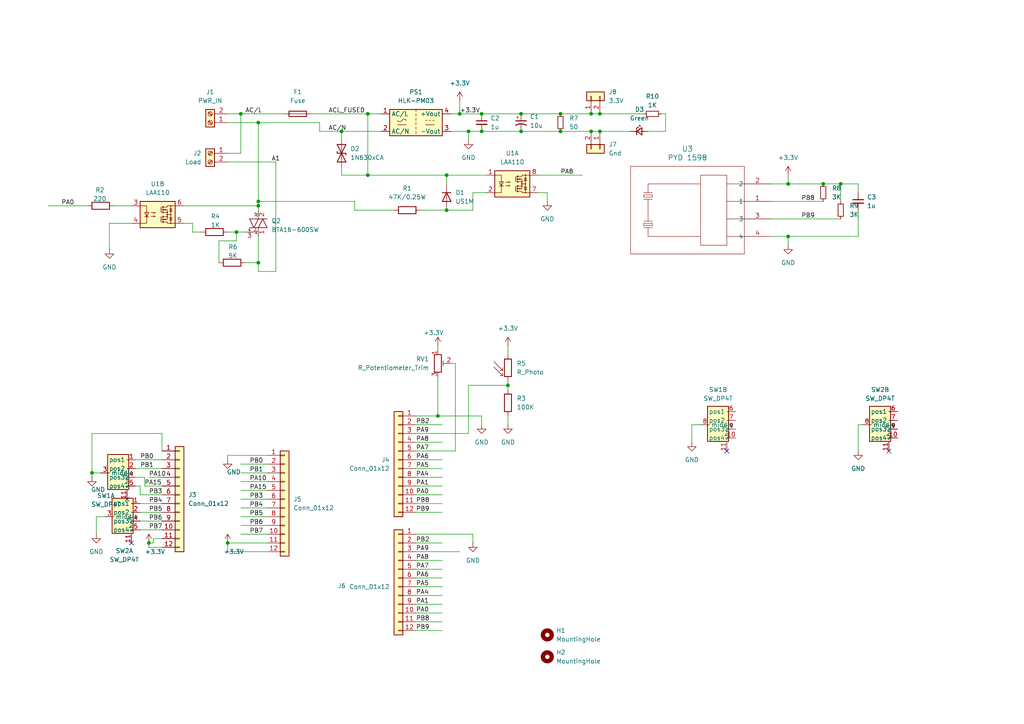
<source format=kicad_sch>
(kicad_sch (version 20231120) (generator "eeschema") (generator_version "8.0")
  (paper "A4")
  (lib_symbols
    (symbol "2024-07-20_12-17-16:PYD_1598" (pin_names (offset 0.254))
      (property "Reference" "U" (at -25.4 10.16 0))
      (property "Value" "PYD 1598" (at -25.4 7.62 0))
      (symbol "PYD_1598_0_1"
        (polyline (pts (xy -40.64 -20.32) (xy -7.62 -20.32)) (stroke (width 0.127)))
        (polyline (pts (xy -40.64 5.08) (xy -40.64 -20.32)) (stroke (width 0.127)))
        (polyline (pts (xy -36.83 -12.7) (xy -34.29 -12.7)) (stroke (width 0.127)))
        (polyline (pts (xy -36.83 -12.065) (xy -34.29 -12.065)) (stroke (width 0.127)))
        (polyline (pts (xy -36.83 -11.43) (xy -36.83 -12.065)) (stroke (width 0.127)))
        (polyline (pts (xy -36.83 -10.795) (xy -34.29 -10.795)) (stroke (width 0.127)))
        (polyline (pts (xy -36.83 -4.445) (xy -34.29 -4.445)) (stroke (width 0.127)))
        (polyline (pts (xy -36.83 -3.81) (xy -34.29 -3.81)) (stroke (width 0.127)))
        (polyline (pts (xy -36.83 -3.175) (xy -36.83 -3.81)) (stroke (width 0.127)))
        (polyline (pts (xy -36.83 -2.54) (xy -34.29 -2.54)) (stroke (width 0.127)))
        (polyline (pts (xy -35.56 -15.24) (xy -35.56 -12.7)) (stroke (width 0.127)))
        (polyline (pts (xy -35.56 -4.445) (xy -35.56 -10.795)) (stroke (width 0.127)))
        (polyline (pts (xy -35.56 0) (xy -35.56 -2.54)) (stroke (width 0.127)))
        (polyline (pts (xy -34.29 -11.43) (xy -36.83 -11.43)) (stroke (width 0.127)))
        (polyline (pts (xy -34.29 -11.43) (xy -34.29 -12.065)) (stroke (width 0.127)))
        (polyline (pts (xy -34.29 -3.175) (xy -36.83 -3.175)) (stroke (width 0.127)))
        (polyline (pts (xy -34.29 -3.175) (xy -34.29 -3.81)) (stroke (width 0.127)))
        (polyline (pts (xy -20.32 -17.78) (xy -20.32 2.54)) (stroke (width 0.127)))
        (polyline (pts (xy -20.32 -17.78) (xy -12.7 -17.78)) (stroke (width 0.127)))
        (polyline (pts (xy -20.32 -15.24) (xy -35.56 -15.24)) (stroke (width 0.127)))
        (polyline (pts (xy -20.32 0) (xy -35.56 0)) (stroke (width 0.127)))
        (polyline (pts (xy -20.32 2.54) (xy -12.7 2.54)) (stroke (width 0.127)))
        (polyline (pts (xy -12.7 -15.24) (xy -7.62 -15.24)) (stroke (width 0.127)))
        (polyline (pts (xy -12.7 -5.08) (xy -7.62 -5.08)) (stroke (width 0.127)))
        (polyline (pts (xy -12.7 2.54) (xy -12.7 -17.78)) (stroke (width 0.127)))
        (polyline (pts (xy -7.62 -20.32) (xy -7.62 5.08)) (stroke (width 0.127)))
        (polyline (pts (xy -7.62 -10.16) (xy -12.7 -10.16)) (stroke (width 0.127)))
        (polyline (pts (xy -7.62 0) (xy -12.7 0)) (stroke (width 0.127)))
        (polyline (pts (xy -7.62 5.08) (xy -40.64 5.08)) (stroke (width 0.127)))
        (pin unspecified line (at 0 -5.08 180) (length 7.62) (name "1") (number "1"))
        (pin unspecified line (at 0 0 180) (length 7.62) (name "2") (number "2"))
        (pin unspecified line (at 0 -10.16 180) (length 7.62) (name "3") (number "3"))
        (pin unspecified line (at 0 -15.24 180) (length 7.62) (name "4") (number "4"))
      )
    )
    (symbol "Connector:Screw_Terminal_01x02" (pin_names (offset 1.016) hide)
      (property "Reference" "J" (at 0 2.54 0))
      (property "Value" "Screw_Terminal_01x02" (at 0 -5.08 0))
      (symbol "Screw_Terminal_01x02_1_1"
        (rectangle (start -1.27 1.27) (end 1.27 -3.81) (stroke (width 0.254)) (fill (type background)))
        (circle (center 0 -2.54) (radius 0.635) (stroke (width 0.1524)))
        (polyline (pts (xy -0.5334 -2.2098) (xy 0.3302 -3.048)) (stroke (width 0.1524)))
        (polyline (pts (xy -0.5334 0.3302) (xy 0.3302 -0.508)) (stroke (width 0.1524)))
        (polyline (pts (xy -0.3556 -2.032) (xy 0.508 -2.8702)) (stroke (width 0.1524)))
        (polyline (pts (xy -0.3556 0.508) (xy 0.508 -0.3302)) (stroke (width 0.1524)))
        (circle (center 0 0) (radius 0.635) (stroke (width 0.1524)))
        (pin passive line (at -5.08 0 0) (length 3.81) (name "Pin_1") (number "1"))
        (pin passive line (at -5.08 -2.54 0) (length 3.81) (name "Pin_2") (number "2"))
      )
    )
    (symbol "Connector_Generic:Conn_01x02" (pin_names (offset 1.016) hide)
      (property "Reference" "J" (at 0 2.54 0))
      (property "Value" "Conn_01x02" (at 0 -5.08 0))
      (symbol "Conn_01x02_1_1"
        (rectangle (start -1.27 -2.413) (end 0 -2.667) (stroke (width 0.1524)))
        (rectangle (start -1.27 0.127) (end 0 -0.127) (stroke (width 0.1524)))
        (rectangle (start -1.27 1.27) (end 1.27 -3.81) (stroke (width 0.254)) (fill (type background)))
        (pin passive line (at -5.08 0 0) (length 3.81) (name "Pin_1") (number "1"))
        (pin passive line (at -5.08 -2.54 0) (length 3.81) (name "Pin_2") (number "2"))
      )
    )
    (symbol "Connector_Generic:Conn_01x12" (pin_names (offset 1.016) hide)
      (property "Reference" "J" (at 0 15.24 0))
      (property "Value" "Conn_01x12" (at 0 -17.78 0))
      (symbol "Conn_01x12_1_1"
        (rectangle (start -1.27 -15.113) (end 0 -15.367) (stroke (width 0.1524)))
        (rectangle (start -1.27 -12.573) (end 0 -12.827) (stroke (width 0.1524)))
        (rectangle (start -1.27 -10.033) (end 0 -10.287) (stroke (width 0.1524)))
        (rectangle (start -1.27 -7.493) (end 0 -7.747) (stroke (width 0.1524)))
        (rectangle (start -1.27 -4.953) (end 0 -5.207) (stroke (width 0.1524)))
        (rectangle (start -1.27 -2.413) (end 0 -2.667) (stroke (width 0.1524)))
        (rectangle (start -1.27 0.127) (end 0 -0.127) (stroke (width 0.1524)))
        (rectangle (start -1.27 2.667) (end 0 2.413) (stroke (width 0.1524)))
        (rectangle (start -1.27 5.207) (end 0 4.953) (stroke (width 0.1524)))
        (rectangle (start -1.27 7.747) (end 0 7.493) (stroke (width 0.1524)))
        (rectangle (start -1.27 10.287) (end 0 10.033) (stroke (width 0.1524)))
        (rectangle (start -1.27 12.827) (end 0 12.573) (stroke (width 0.1524)))
        (rectangle (start -1.27 13.97) (end 1.27 -16.51) (stroke (width 0.254)) (fill (type background)))
        (pin passive line (at -5.08 12.7 0) (length 3.81) (name "Pin_1") (number "1"))
        (pin passive line (at -5.08 -10.16 0) (length 3.81) (name "Pin_10") (number "10"))
        (pin passive line (at -5.08 -12.7 0) (length 3.81) (name "Pin_11") (number "11"))
        (pin passive line (at -5.08 -15.24 0) (length 3.81) (name "Pin_12") (number "12"))
        (pin passive line (at -5.08 10.16 0) (length 3.81) (name "Pin_2") (number "2"))
        (pin passive line (at -5.08 7.62 0) (length 3.81) (name "Pin_3") (number "3"))
        (pin passive line (at -5.08 5.08 0) (length 3.81) (name "Pin_4") (number "4"))
        (pin passive line (at -5.08 2.54 0) (length 3.81) (name "Pin_5") (number "5"))
        (pin passive line (at -5.08 0 0) (length 3.81) (name "Pin_6") (number "6"))
        (pin passive line (at -5.08 -2.54 0) (length 3.81) (name "Pin_7") (number "7"))
        (pin passive line (at -5.08 -5.08 0) (length 3.81) (name "Pin_8") (number "8"))
        (pin passive line (at -5.08 -7.62 0) (length 3.81) (name "Pin_9") (number "9"))
      )
    )
    (symbol "Converter_ACDC:HLK-PM03"
      (property "Reference" "PS" (at 0 5.08 0))
      (property "Value" "HLK-PM03" (at 0 -5.08 0))
      (symbol "HLK-PM03_0_1"
        (rectangle (start -7.62 3.81) (end 7.62 -3.81) (stroke (width 0.254)) (fill (type background)))
        (arc (start -5.334 0.635) (mid -4.699 0.2495) (end -4.064 0.635))
        (arc (start -2.794 0.635) (mid -3.429 1.0072) (end -4.064 0.635))
        (polyline (pts (xy -5.334 -0.635) (xy -2.794 -0.635)))
        (polyline (pts (xy 0 -2.54) (xy 0 -3.175)))
        (polyline (pts (xy 0 -1.27) (xy 0 -1.905)))
        (polyline (pts (xy 0 0) (xy 0 -0.635)))
        (polyline (pts (xy 0 1.27) (xy 0 0.635)))
        (polyline (pts (xy 0 2.54) (xy 0 1.905)))
        (polyline (pts (xy 0 3.81) (xy 0 3.175)))
        (polyline (pts (xy 2.794 -0.635) (xy 5.334 -0.635)))
        (polyline (pts (xy 2.794 0.635) (xy 3.302 0.635)))
        (polyline (pts (xy 3.81 0.635) (xy 4.318 0.635)))
        (polyline (pts (xy 4.826 0.635) (xy 5.334 0.635)))
      )
      (symbol "HLK-PM03_1_1"
        (pin power_in line (at -10.16 2.54 0) (length 2.54) (name "AC/L") (number "1"))
        (pin power_in line (at -10.16 -2.54 0) (length 2.54) (name "AC/N") (number "2"))
        (pin power_out line (at 10.16 -2.54 180) (length 2.54) (name "-Vout") (number "3"))
        (pin power_out line (at 10.16 2.54 180) (length 2.54) (name "+Vout") (number "4"))
      )
    )
    (symbol "Device:C_Polarized_Small_US" (pin_numbers hide) (pin_names (offset 0.254) hide)
      (property "Reference" "C" (at 0.254 1.778 0))
      (property "Value" "C_Polarized_Small_US" (at 0.254 -2.032 0))
      (symbol "C_Polarized_Small_US_0_1"
        (polyline (pts (xy -1.524 0.508) (xy 1.524 0.508)) (stroke (width 0.3048)))
        (polyline (pts (xy -1.27 1.524) (xy -0.762 1.524)))
        (polyline (pts (xy -1.016 1.27) (xy -1.016 1.778)))
        (arc (start 1.524 -0.762) (mid 0 -0.3734) (end -1.524 -0.762) (stroke (width 0.3048)))
      )
      (symbol "C_Polarized_Small_US_1_1"
        (pin passive line (at 0 2.54 270) (length 2.032) (name "~") (number "1"))
        (pin passive line (at 0 -2.54 90) (length 2.032) (name "~") (number "2"))
      )
    )
    (symbol "Device:C_Small" (pin_numbers hide) (pin_names (offset 0.254) hide)
      (property "Reference" "C" (at 0.254 1.778 0))
      (property "Value" "C_Small" (at 0.254 -2.032 0))
      (symbol "C_Small_0_1"
        (polyline (pts (xy -1.524 -0.508) (xy 1.524 -0.508)) (stroke (width 0.3302)))
        (polyline (pts (xy -1.524 0.508) (xy 1.524 0.508)) (stroke (width 0.3048)))
      )
      (symbol "C_Small_1_1"
        (pin passive line (at 0 2.54 270) (length 2.032) (name "~") (number "1"))
        (pin passive line (at 0 -2.54 90) (length 2.032) (name "~") (number "2"))
      )
    )
    (symbol "Device:Fuse" (pin_numbers hide) (pin_names (offset 0))
      (property "Reference" "F" (at 2.032 0 90))
      (property "Value" "Fuse" (at -1.905 0 90))
      (symbol "Fuse_0_1"
        (rectangle (start -0.762 -2.54) (end 0.762 2.54) (stroke (width 0.254)))
        (polyline (pts (xy 0 2.54) (xy 0 -2.54)))
      )
      (symbol "Fuse_1_1"
        (pin passive line (at 0 3.81 270) (length 1.27) (name "~") (number "1"))
        (pin passive line (at 0 -3.81 90) (length 1.27) (name "~") (number "2"))
      )
    )
    (symbol "Device:LED_Small" (pin_numbers hide) (pin_names (offset 0.254) hide)
      (property "Reference" "D" (at -1.27 3.175 0))
      (property "Value" "LED_Small" (at -4.445 -2.54 0))
      (symbol "LED_Small_0_1"
        (polyline (pts (xy -0.762 -1.016) (xy -0.762 1.016)) (stroke (width 0.254)))
        (polyline (pts (xy 1.016 0) (xy -0.762 0)))
        (polyline (pts (xy 0.762 -1.016) (xy -0.762 0) (xy 0.762 1.016) (xy 0.762 -1.016)) (stroke (width 0.254)))
        (polyline (pts (xy 0 0.762) (xy -0.508 1.27) (xy -0.254 1.27) (xy -0.508 1.27) (xy -0.508 1.016)))
        (polyline (pts (xy 0.508 1.27) (xy 0 1.778) (xy 0.254 1.778) (xy 0 1.778) (xy 0 1.524)))
      )
      (symbol "LED_Small_1_1"
        (pin passive line (at -2.54 0 0) (length 1.778) (name "K") (number "1"))
        (pin passive line (at 2.54 0 180) (length 1.778) (name "A") (number "2"))
      )
    )
    (symbol "Device:R" (pin_numbers hide) (pin_names (offset 0))
      (property "Reference" "R" (at 2.032 0 90))
      (property "Value" "R" (at 0 0 90))
      (symbol "R_0_1"
        (rectangle (start -1.016 -2.54) (end 1.016 2.54) (stroke (width 0.254)))
      )
      (symbol "R_1_1"
        (pin passive line (at 0 3.81 270) (length 1.27) (name "~") (number "1"))
        (pin passive line (at 0 -3.81 90) (length 1.27) (name "~") (number "2"))
      )
    )
    (symbol "Device:R_Photo" (pin_numbers hide) (pin_names (offset 0))
      (property "Reference" "R" (at 1.27 1.27 0))
      (property "Value" "R_Photo" (at 1.27 0 0))
      (symbol "R_Photo_0_1"
        (rectangle (start -1.016 2.54) (end 1.016 -2.54) (stroke (width 0.254)))
        (polyline (pts (xy -1.524 -2.286) (xy -4.064 0.254)))
        (polyline (pts (xy -1.524 -2.286) (xy -2.286 -2.286)))
        (polyline (pts (xy -1.524 -2.286) (xy -1.524 -1.524)))
        (polyline (pts (xy -1.524 -0.762) (xy -4.064 1.778)))
        (polyline (pts (xy -1.524 -0.762) (xy -2.286 -0.762)))
        (polyline (pts (xy -1.524 -0.762) (xy -1.524 0)))
      )
      (symbol "R_Photo_1_1"
        (pin passive line (at 0 3.81 270) (length 1.27) (name "~") (number "1"))
        (pin passive line (at 0 -3.81 90) (length 1.27) (name "~") (number "2"))
      )
    )
    (symbol "Device:R_Potentiometer_Trim" (pin_names (offset 1.016) hide)
      (property "Reference" "RV" (at -4.445 0 90))
      (property "Value" "R_Potentiometer_Trim" (at -2.54 0 90))
      (symbol "R_Potentiometer_Trim_0_1"
        (polyline (pts (xy 1.524 0.762) (xy 1.524 -0.762)))
        (polyline (pts (xy 2.54 0) (xy 1.524 0)))
        (rectangle (start 1.016 2.54) (end -1.016 -2.54) (stroke (width 0.254)))
      )
      (symbol "R_Potentiometer_Trim_1_1"
        (pin passive line (at 0 3.81 270) (length 1.27) (name "1") (number "1"))
        (pin passive line (at 3.81 0 180) (length 1.27) (name "2") (number "2"))
        (pin passive line (at 0 -3.81 90) (length 1.27) (name "3") (number "3"))
      )
    )
    (symbol "Device:R_Small" (pin_numbers hide) (pin_names (offset 0.254) hide)
      (property "Reference" "R" (at 0.762 0.508 0))
      (property "Value" "R_Small" (at 0.762 -1.016 0))
      (symbol "R_Small_0_1"
        (rectangle (start -0.762 1.778) (end 0.762 -1.778) (stroke (width 0.2032)))
      )
      (symbol "R_Small_1_1"
        (pin passive line (at 0 2.54 270) (length 0.762) (name "~") (number "1"))
        (pin passive line (at 0 -2.54 90) (length 0.762) (name "~") (number "2"))
      )
    )
    (symbol "Diode:1N630xCA" (pin_numbers hide) (pin_names (offset 1.016) hide)
      (property "Reference" "D" (at 0 2.54 0))
      (property "Value" "1N630xCA" (at 0 -2.54 0))
      (symbol "1N630xCA_0_1"
        (polyline (pts (xy 1.27 0) (xy -1.27 0)))
        (polyline (pts (xy -2.54 -1.27) (xy 0 0) (xy -2.54 1.27) (xy -2.54 -1.27)) (stroke (width 0.254)))
        (polyline (pts (xy 0.508 1.27) (xy 0 1.27) (xy 0 -1.27) (xy -0.508 -1.27)) (stroke (width 0.254)))
        (polyline (pts (xy 2.54 1.27) (xy 2.54 -1.27) (xy 0 0) (xy 2.54 1.27)) (stroke (width 0.254)))
      )
      (symbol "1N630xCA_1_1"
        (pin passive line (at -3.81 0 0) (length 2.54) (name "A1") (number "1"))
        (pin passive line (at 3.81 0 180) (length 2.54) (name "A2") (number "2"))
      )
    )
    (symbol "Diode:US1M" (pin_numbers hide) (pin_names hide)
      (property "Reference" "D" (at 0 2.54 0))
      (property "Value" "US1M" (at 0 -2.54 0))
      (symbol "US1M_0_1"
        (polyline (pts (xy -1.27 1.27) (xy -1.27 -1.27)) (stroke (width 0.254)))
        (polyline (pts (xy 1.27 0) (xy -1.27 0)))
        (polyline (pts (xy 1.27 1.27) (xy 1.27 -1.27) (xy -1.27 0) (xy 1.27 1.27)) (stroke (width 0.254)))
      )
      (symbol "US1M_1_1"
        (pin passive line (at -3.81 0 0) (length 2.54) (name "K") (number "1"))
        (pin passive line (at 3.81 0 180) (length 2.54) (name "A") (number "2"))
      )
    )
    (symbol "Mechanical:MountingHole" (pin_names (offset 1.016)) (exclude_from_sim yes) (in_bom no)
      (property "Reference" "H" (at 0 5.08 0))
      (property "Value" "MountingHole" (at 0 3.175 0))
      (symbol "MountingHole_0_1"
        (circle (center 0 0) (radius 1.27) (stroke (width 1.27)))
      )
    )
    (symbol "Relay_SolidState:LAA110"
      (property "Reference" "U" (at -5.08 5.08 0))
      (property "Value" "LAA110" (at 0 5.08 0))
      (symbol "LAA110_0_1"
        (rectangle (start -5.08 3.81) (end 5.08 -3.81) (stroke (width 0.254)) (fill (type background)))
        (polyline (pts (xy -3.81 -0.635) (xy -2.54 -0.635)))
        (polyline (pts (xy 1.016 -0.635) (xy 1.016 -2.159)) (stroke (width 0.2032)))
        (polyline (pts (xy 1.016 2.159) (xy 1.016 0.635)) (stroke (width 0.2032)))
        (polyline (pts (xy 1.524 -0.508) (xy 1.524 -0.762)) (stroke (width 0.3556)))
        (polyline (pts (xy 2.794 0) (xy 3.81 0)))
        (polyline (pts (xy 3.429 -1.651) (xy 4.191 -1.651)))
        (polyline (pts (xy 3.429 1.651) (xy 4.191 1.651)))
        (polyline (pts (xy 3.81 -2.54) (xy 3.81 2.54)))
        (polyline (pts (xy 1.524 -2.032) (xy 1.524 -2.286) (xy 1.524 -2.286)) (stroke (width 0.3556)))
        (polyline (pts (xy 1.524 -1.27) (xy 1.524 -1.524) (xy 1.524 -1.524)) (stroke (width 0.3556)))
        (polyline (pts (xy 1.524 0.762) (xy 1.524 0.508) (xy 1.524 0.508)) (stroke (width 0.3556)))
        (polyline (pts (xy 1.524 1.524) (xy 1.524 1.27) (xy 1.524 1.27)) (stroke (width 0.3556)))
        (polyline (pts (xy 1.524 2.286) (xy 1.524 2.032) (xy 1.524 2.032)) (stroke (width 0.3556)))
        (polyline (pts (xy 1.651 -1.397) (xy 2.794 -1.397) (xy 2.794 -0.635)))
        (polyline (pts (xy 1.651 1.397) (xy 2.794 1.397) (xy 2.794 0.635)))
        (polyline (pts (xy -5.08 2.54) (xy -3.175 2.54) (xy -3.175 -2.54) (xy -5.08 -2.54)))
        (polyline (pts (xy -3.175 -0.635) (xy -3.81 0.635) (xy -2.54 0.635) (xy -3.175 -0.635)))
        (polyline (pts (xy 1.651 -2.159) (xy 2.794 -2.159) (xy 2.794 -2.54) (xy 5.08 -2.54)))
        (polyline (pts (xy 1.651 -0.635) (xy 2.794 -0.635) (xy 2.794 0.635) (xy 1.651 0.635)))
        (polyline (pts (xy 1.651 2.159) (xy 2.794 2.159) (xy 2.794 2.54) (xy 5.08 2.54)))
        (polyline (pts (xy 1.778 -1.397) (xy 2.286 -1.27) (xy 2.286 -1.524) (xy 1.778 -1.397)))
        (polyline (pts (xy 1.778 1.397) (xy 2.286 1.524) (xy 2.286 1.27) (xy 1.778 1.397)))
        (polyline (pts (xy 3.81 -1.651) (xy 3.429 -0.889) (xy 4.191 -0.889) (xy 3.81 -1.651)))
        (polyline (pts (xy 3.81 1.651) (xy 3.429 0.889) (xy 4.191 0.889) (xy 3.81 1.651)))
        (polyline (pts (xy -1.905 -0.508) (xy -0.635 -0.508) (xy -1.016 -0.635) (xy -1.016 -0.381) (xy -0.635 -0.508)))
        (polyline (pts (xy -1.905 0.508) (xy -0.635 0.508) (xy -1.016 0.381) (xy -1.016 0.635) (xy -0.635 0.508)))
        (circle (center 2.794 -0.635) (radius 0.127))
        (circle (center 2.794 0) (radius 0.127))
        (circle (center 2.794 0.635) (radius 0.127))
        (circle (center 3.81 -2.54) (radius 0.127))
        (circle (center 3.81 0) (radius 0.127))
        (circle (center 3.81 2.54) (radius 0.127))
      )
      (symbol "LAA110_1_1"
        (pin passive line (at -7.62 2.54 0) (length 2.54) (name "~") (number "1"))
        (pin passive line (at -7.62 -2.54 0) (length 2.54) (name "~") (number "2"))
        (pin passive line (at 7.62 -2.54 180) (length 2.54) (name "~") (number "7"))
        (pin passive line (at 7.62 2.54 180) (length 2.54) (name "~") (number "8"))
      )
      (symbol "LAA110_2_1"
        (pin passive line (at -7.62 2.54 0) (length 2.54) (name "~") (number "3"))
        (pin passive line (at -7.62 -2.54 0) (length 2.54) (name "~") (number "4"))
        (pin passive line (at 7.62 -2.54 180) (length 2.54) (name "~") (number "5"))
        (pin passive line (at 7.62 2.54 180) (length 2.54) (name "~") (number "6"))
      )
    )
    (symbol "Triac_Thyristor:BTA16-600SW" (pin_names (offset 0))
      (property "Reference" "Q" (at 5.08 1.905 0))
      (property "Value" "BTA16-600SW" (at 5.08 0 0))
      (symbol "BTA16-600SW_0_1"
        (polyline (pts (xy -2.54 -1.27) (xy 2.54 -1.27)) (stroke (width 0.2032)))
        (polyline (pts (xy -2.54 1.27) (xy 2.54 1.27)) (stroke (width 0.2032)))
        (polyline (pts (xy -1.27 -2.54) (xy -0.635 -1.27)))
        (polyline (pts (xy -2.54 1.27) (xy -1.27 -1.27) (xy 0 1.27)) (stroke (width 0.2032)))
        (polyline (pts (xy 0 -1.27) (xy 1.27 1.27) (xy 2.54 -1.27)) (stroke (width 0.2032)))
      )
      (symbol "BTA16-600SW_1_1"
        (pin passive line (at 0 -3.81 90) (length 2.54) (name "A1") (number "1"))
        (pin passive line (at 0 3.81 270) (length 2.54) (name "A2") (number "2"))
        (pin input line (at -3.81 -2.54 0) (length 2.54) (name "G") (number "3"))
      )
    )
    (symbol "my_electromech:SW_DP4T"
      (property "Reference" "SW" (at 0 15.24 0))
      (property "Value" "SW_DP4T" (at 0.254 2.54 0))
      (symbol "SW_DP4T_0_1"
        (rectangle (start -3.048 14.224) (end 3.048 4.064) (stroke (width 0.254)) (fill (type background)))
      )
      (symbol "SW_DP4T_1_1"
        (pin passive line (at 5.08 12.7 180) (length 2.54) (name "pos1") (number "1"))
        (pin passive line (at 2.54 1.27 90) (length 2.54) (name "shell") (number "11"))
        (pin passive line (at 5.08 10.16 180) (length 2.54) (name "pos2") (number "2"))
        (pin passive line (at -5.08 8.89 0) (length 2.54) (name "middle") (number "3"))
        (pin passive line (at 5.08 7.62 180) (length 2.54) (name "pos3") (number "4"))
        (pin passive line (at 5.08 5.08 180) (length 2.54) (name "pos4") (number "5"))
      )
      (symbol "SW_DP4T_2_1"
        (pin passive line (at 5.08 5.08 180) (length 2.54) (name "pos4") (number "10"))
        (pin passive line (at 2.54 1.27 90) (length 2.54) (name "shell") (number "11"))
        (pin passive line (at 5.08 12.7 180) (length 2.54) (name "pos1") (number "6"))
        (pin passive line (at 5.08 10.16 180) (length 2.54) (name "pos2") (number "7"))
        (pin passive line (at -5.08 8.89 0) (length 2.54) (name "middle") (number "8"))
        (pin passive line (at 5.08 7.62 180) (length 2.54) (name "pos3") (number "9"))
      )
    )
    (symbol "power:+3.3V" (power) (pin_numbers hide) (pin_names (offset 0) hide)
      (property "Value" "+3.3V" (at 0 3.556 0))
      (symbol "+3.3V_0_1"
        (polyline (pts (xy -0.762 1.27) (xy 0 2.54)))
        (polyline (pts (xy 0 0) (xy 0 2.54)))
        (polyline (pts (xy 0 2.54) (xy 0.762 1.27)))
      )
      (symbol "+3.3V_1_1"
        (pin power_in line (at 0 0 90) (length 0) (name "~") (number "1"))
      )
    )
    (symbol "power:GND" (power) (pin_numbers hide) (pin_names (offset 0) hide)
      (property "Value" "GND" (at 0 -3.81 0))
      (symbol "GND_0_1"
        (polyline (pts (xy 0 0) (xy 0 -1.27) (xy 1.27 -1.27) (xy 0 -2.54) (xy -1.27 -1.27) (xy 0 -1.27)))
      )
      (symbol "GND_1_1"
        (pin power_in line (at 0 0 270) (length 0) (name "~") (number "1"))
      )
    )
  )
  (junction (at 238.76 53.34))
  (junction (at 106.68 50.8))
  (junction (at 135.89 38.1))
  (junction (at 162.56 33.02))
  (junction (at 26.67 137.16))
  (junction (at 243.84 53.34))
  (junction (at 127 120.65))
  (junction (at 228.6 53.34))
  (junction (at 74.93 59.69))
  (junction (at 66.04 157.48))
  (junction (at 162.56 38.1))
  (junction (at 173.99 38.1))
  (junction (at 69.85 33.02))
  (junction (at 151.13 38.1))
  (junction (at 147.32 111.76))
  (junction (at 133.35 33.02))
  (junction (at 43.18 157.48))
  (junction (at 151.13 33.02))
  (junction (at 74.93 35.56))
  (junction (at 74.93 58.42))
  (junction (at 171.45 38.1))
  (junction (at 228.6 68.58))
  (junction (at 74.93 76.2))
  (junction (at 68.58 67.31))
  (junction (at 129.54 50.8))
  (junction (at 106.68 33.02))
  (junction (at 173.99 33.02))
  (junction (at 171.45 33.02))
  (junction (at 99.06 38.1))
  (junction (at 129.54 60.96))
  (junction (at 139.7 38.1))
  (junction (at 139.7 33.02))
  (no_connect (at 210.82 130.81))
  (no_connect (at 38.1 157.48))
  (no_connect (at 36.83 144.78))
  (no_connect (at 257.81 130.81))
  (wire (pts (xy 53.34 64.77) (xy 55.88 64.77)))
  (wire (pts (xy 248.92 130.81) (xy 248.92 123.19)))
  (wire (pts (xy 151.13 38.1) (xy 162.56 38.1)))
  (wire (pts (xy 120.65 123.19) (xy 128.27 123.19)))
  (wire (pts (xy 120.65 177.8) (xy 128.27 177.8)))
  (wire (pts (xy 69.85 134.62) (xy 77.47 134.62)))
  (wire (pts (xy 137.16 154.94) (xy 137.16 157.48)))
  (wire (pts (xy 120.65 167.64) (xy 128.27 167.64)))
  (wire (pts (xy 66.04 157.48) (xy 77.47 157.48)))
  (wire (pts (xy 99.06 50.8) (xy 106.68 50.8)))
  (wire (pts (xy 120.65 165.1) (xy 128.27 165.1)))
  (wire (pts (xy 66.04 67.31) (xy 68.58 67.31)))
  (wire (pts (xy 74.93 76.2) (xy 74.93 78.74)))
  (wire (pts (xy 40.64 140.97) (xy 40.64 143.51)))
  (wire (pts (xy 120.65 182.88) (xy 128.27 182.88)))
  (wire (pts (xy 71.12 76.2) (xy 74.93 76.2)))
  (wire (pts (xy 139.7 33.02) (xy 151.13 33.02)))
  (wire (pts (xy 129.54 50.8) (xy 129.54 53.34)))
  (wire (pts (xy 147.32 110.49) (xy 147.32 111.76)))
  (wire (pts (xy 243.84 53.34) (xy 238.76 53.34)))
  (wire (pts (xy 66.04 133.35) (xy 66.04 132.08)))
  (wire (pts (xy 120.65 162.56) (xy 128.27 162.56)))
  (wire (pts (xy 135.89 38.1) (xy 135.89 40.64)))
  (wire (pts (xy 74.93 58.42) (xy 74.93 59.69)))
  (wire (pts (xy 74.93 35.56) (xy 74.93 58.42)))
  (wire (pts (xy 74.93 35.56) (xy 92.71 35.56)))
  (wire (pts (xy 44.45 157.48) (xy 43.18 157.48)))
  (wire (pts (xy 147.32 100.33) (xy 147.32 102.87)))
  (wire (pts (xy 43.18 138.43) (xy 46.99 138.43)))
  (wire (pts (xy 74.93 59.69) (xy 74.93 60.96)))
  (wire (pts (xy 120.65 125.73) (xy 135.89 125.73)))
  (wire (pts (xy 66.04 160.02) (xy 66.04 157.48)))
  (wire (pts (xy 132.08 105.41) (xy 132.08 130.81)))
  (wire (pts (xy 69.85 137.16) (xy 77.47 137.16)))
  (wire (pts (xy 39.37 138.43) (xy 41.91 138.43)))
  (wire (pts (xy 171.45 38.1) (xy 173.99 38.1)))
  (wire (pts (xy 46.99 130.81) (xy 46.99 125.73)))
  (wire (pts (xy 102.87 60.96) (xy 102.87 58.42)))
  (wire (pts (xy 121.92 60.96) (xy 129.54 60.96)))
  (wire (pts (xy 33.02 59.69) (xy 38.1 59.69)))
  (wire (pts (xy 120.65 146.05) (xy 128.27 146.05)))
  (wire (pts (xy 27.94 154.94) (xy 27.94 149.86)))
  (wire (pts (xy 69.85 33.02) (xy 82.55 33.02)))
  (wire (pts (xy 41.91 140.97) (xy 46.99 140.97)))
  (wire (pts (xy 223.52 63.5) (xy 243.84 63.5)))
  (wire (pts (xy 151.13 33.02) (xy 162.56 33.02)))
  (wire (pts (xy 156.21 55.88) (xy 158.75 55.88)))
  (wire (pts (xy 41.91 138.43) (xy 41.91 140.97)))
  (wire (pts (xy 137.16 60.96) (xy 129.54 60.96)))
  (wire (pts (xy 106.68 50.8) (xy 129.54 50.8)))
  (wire (pts (xy 69.85 149.86) (xy 77.47 149.86)))
  (wire (pts (xy 130.81 38.1) (xy 135.89 38.1)))
  (wire (pts (xy 140.97 55.88) (xy 137.16 55.88)))
  (wire (pts (xy 40.64 143.51) (xy 46.99 143.51)))
  (wire (pts (xy 68.58 67.31) (xy 71.12 67.31)))
  (wire (pts (xy 120.65 120.65) (xy 127 120.65)))
  (wire (pts (xy 130.81 33.02) (xy 133.35 33.02)))
  (wire (pts (xy 120.65 170.18) (xy 128.27 170.18)))
  (wire (pts (xy 120.65 130.81) (xy 132.08 130.81)))
  (wire (pts (xy 92.71 38.1) (xy 92.71 35.56)))
  (wire (pts (xy 74.93 78.74) (xy 80.01 78.74)))
  (wire (pts (xy 74.93 68.58) (xy 74.93 76.2)))
  (wire (pts (xy 44.45 156.21) (xy 44.45 157.48)))
  (wire (pts (xy 127 120.65) (xy 139.7 120.65)))
  (wire (pts (xy 243.84 53.34) (xy 243.84 58.42)))
  (wire (pts (xy 147.32 120.65) (xy 147.32 123.19)))
  (wire (pts (xy 223.52 53.34) (xy 228.6 53.34)))
  (wire (pts (xy 200.66 128.27) (xy 200.66 123.19)))
  (wire (pts (xy 40.64 146.05) (xy 46.99 146.05)))
  (wire (pts (xy 26.67 125.73) (xy 26.67 137.16)))
  (wire (pts (xy 31.75 64.77) (xy 31.75 72.39)))
  (wire (pts (xy 173.99 38.1) (xy 182.88 38.1)))
  (wire (pts (xy 193.04 38.1) (xy 187.96 38.1)))
  (wire (pts (xy 26.67 137.16) (xy 26.67 138.43)))
  (wire (pts (xy 133.35 33.02) (xy 139.7 33.02)))
  (wire (pts (xy 127 109.22) (xy 127 120.65)))
  (wire (pts (xy 120.65 138.43) (xy 128.27 138.43)))
  (wire (pts (xy 26.67 137.16) (xy 29.21 137.16)))
  (wire (pts (xy 238.76 53.34) (xy 228.6 53.34)))
  (wire (pts (xy 120.65 133.35) (xy 128.27 133.35)))
  (wire (pts (xy 135.89 125.73) (xy 135.89 111.76)))
  (wire (pts (xy 99.06 38.1) (xy 99.06 40.64)))
  (wire (pts (xy 68.58 67.31) (xy 68.58 69.85)))
  (wire (pts (xy 162.56 38.1) (xy 171.45 38.1)))
  (wire (pts (xy 46.99 156.21) (xy 44.45 156.21)))
  (wire (pts (xy 120.65 135.89) (xy 128.27 135.89)))
  (wire (pts (xy 66.04 160.02) (xy 77.47 160.02)))
  (wire (pts (xy 63.5 69.85) (xy 63.5 76.2)))
  (wire (pts (xy 147.32 111.76) (xy 147.32 113.03)))
  (wire (pts (xy 248.92 123.19) (xy 250.19 123.19)))
  (wire (pts (xy 228.6 68.58) (xy 228.6 71.12)))
  (wire (pts (xy 156.21 50.8) (xy 168.91 50.8)))
  (wire (pts (xy 200.66 123.19) (xy 203.2 123.19)))
  (wire (pts (xy 120.65 157.48) (xy 128.27 157.48)))
  (wire (pts (xy 139.7 38.1) (xy 151.13 38.1)))
  (wire (pts (xy 43.18 157.48) (xy 43.18 158.75)))
  (wire (pts (xy 99.06 38.1) (xy 110.49 38.1)))
  (wire (pts (xy 248.92 60.96) (xy 248.92 68.58)))
  (wire (pts (xy 26.67 125.73) (xy 46.99 125.73)))
  (wire (pts (xy 43.18 158.75) (xy 46.99 158.75)))
  (wire (pts (xy 39.37 133.35) (xy 46.99 133.35)))
  (wire (pts (xy 66.04 46.99) (xy 80.01 46.99)))
  (wire (pts (xy 39.37 140.97) (xy 40.64 140.97)))
  (wire (pts (xy 135.89 111.76) (xy 147.32 111.76)))
  (wire (pts (xy 55.88 67.31) (xy 58.42 67.31)))
  (wire (pts (xy 53.34 59.69) (xy 74.93 59.69)))
  (wire (pts (xy 68.58 69.85) (xy 63.5 69.85)))
  (wire (pts (xy 106.68 33.02) (xy 110.49 33.02)))
  (wire (pts (xy 120.65 128.27) (xy 128.27 128.27)))
  (wire (pts (xy 120.65 154.94) (xy 137.16 154.94)))
  (wire (pts (xy 248.92 55.88) (xy 248.92 53.34)))
  (wire (pts (xy 120.65 175.26) (xy 128.27 175.26)))
  (wire (pts (xy 40.64 148.59) (xy 46.99 148.59)))
  (wire (pts (xy 69.85 144.78) (xy 77.47 144.78)))
  (wire (pts (xy 66.04 35.56) (xy 74.93 35.56)))
  (wire (pts (xy 99.06 48.26) (xy 99.06 50.8)))
  (wire (pts (xy 133.35 33.02) (xy 133.35 29.21)))
  (wire (pts (xy 106.68 33.02) (xy 106.68 50.8)))
  (wire (pts (xy 55.88 64.77) (xy 55.88 67.31)))
  (wire (pts (xy 120.65 143.51) (xy 128.27 143.51)))
  (wire (pts (xy 39.37 135.89) (xy 46.99 135.89)))
  (wire (pts (xy 223.52 58.42) (xy 238.76 58.42)))
  (wire (pts (xy 120.65 172.72) (xy 128.27 172.72)))
  (wire (pts (xy 173.99 33.02) (xy 186.69 33.02)))
  (wire (pts (xy 92.71 38.1) (xy 99.06 38.1)))
  (wire (pts (xy 120.65 160.02) (xy 133.35 160.02)))
  (wire (pts (xy 129.54 50.8) (xy 140.97 50.8)))
  (wire (pts (xy 139.7 120.65) (xy 139.7 123.19)))
  (wire (pts (xy 248.92 53.34) (xy 243.84 53.34)))
  (wire (pts (xy 127 100.33) (xy 127 101.6)))
  (wire (pts (xy 69.85 154.94) (xy 77.47 154.94)))
  (wire (pts (xy 66.04 44.45) (xy 69.85 44.45)))
  (wire (pts (xy 27.94 149.86) (xy 30.48 149.86)))
  (wire (pts (xy 90.17 33.02) (xy 106.68 33.02)))
  (wire (pts (xy 228.6 53.34) (xy 228.6 50.8)))
  (wire (pts (xy 40.64 153.67) (xy 46.99 153.67)))
  (wire (pts (xy 158.75 55.88) (xy 158.75 58.42)))
  (wire (pts (xy 66.04 33.02) (xy 69.85 33.02)))
  (wire (pts (xy 102.87 58.42) (xy 74.93 58.42)))
  (wire (pts (xy 120.65 180.34) (xy 128.27 180.34)))
  (wire (pts (xy 13.97 59.69) (xy 25.4 59.69)))
  (wire (pts (xy 193.04 33.02) (xy 193.04 38.1)))
  (wire (pts (xy 69.85 139.7) (xy 77.47 139.7)))
  (wire (pts (xy 171.45 33.02) (xy 173.99 33.02)))
  (wire (pts (xy 162.56 33.02) (xy 171.45 33.02)))
  (wire (pts (xy 137.16 55.88) (xy 137.16 60.96)))
  (wire (pts (xy 120.65 148.59) (xy 128.27 148.59)))
  (wire (pts (xy 191.77 33.02) (xy 193.04 33.02)))
  (wire (pts (xy 40.64 151.13) (xy 46.99 151.13)))
  (wire (pts (xy 223.52 68.58) (xy 228.6 68.58)))
  (wire (pts (xy 38.1 64.77) (xy 31.75 64.77)))
  (wire (pts (xy 130.81 105.41) (xy 132.08 105.41)))
  (wire (pts (xy 80.01 46.99) (xy 80.01 78.74)))
  (wire (pts (xy 66.04 132.08) (xy 77.47 132.08)))
  (wire (pts (xy 69.85 44.45) (xy 69.85 33.02)))
  (wire (pts (xy 69.85 147.32) (xy 77.47 147.32)))
  (wire (pts (xy 248.92 68.58) (xy 228.6 68.58)))
  (wire (pts (xy 120.65 140.97) (xy 128.27 140.97)))
  (wire (pts (xy 135.89 38.1) (xy 139.7 38.1)))
  (wire (pts (xy 69.85 142.24) (xy 77.47 142.24)))
  (wire (pts (xy 69.85 152.4) (xy 77.47 152.4)))
  (wire (pts (xy 102.87 60.96) (xy 114.3 60.96)))
  (label "PB6" (at 72.39 152.4 0))
  (label "PA1" (at 120.65 140.97 0))
  (label "PA4" (at 120.65 172.72 0))
  (label "PB0" (at 40.64 133.35 0))
  (label "PA8" (at 120.65 128.27 0))
  (label "PB1" (at 72.39 137.16 0))
  (label "PA7" (at 120.65 165.1 0))
  (label "PB9" (at 120.65 182.88 0))
  (label "PA10" (at 72.39 139.7 0))
  (label "PA15" (at 41.91 140.97 0))
  (label "PB1" (at 40.64 135.89 0))
  (label "PA7" (at 120.65 130.81 0))
  (label "PB9" (at 232.41 63.5 0))
  (label "PA5" (at 120.65 135.89 0))
  (label "PB3" (at 43.18 143.51 0))
  (label "PB3" (at 72.39 144.78 0))
  (label "PB4" (at 72.39 147.32 0))
  (label "PA0" (at 120.65 177.8 0))
  (label "PA9" (at 120.65 160.02 0))
  (label "PA9" (at 120.65 125.73 0))
  (label "PB5" (at 43.18 148.59 0))
  (label "PA0" (at 120.65 143.51 0))
  (label "AC{slash}N" (at 95.25 38.1 0))
  (label "PB8" (at 120.65 180.34 0))
  (label "PA6" (at 120.65 167.64 0))
  (label "PB5" (at 72.39 149.86 0))
  (label "PA6" (at 120.65 133.35 0))
  (label "A1" (at 78.74 46.99 0))
  (label "PB2" (at 120.65 123.19 0))
  (label "PA10" (at 43.18 138.43 0))
  (label "PB2" (at 120.65 157.48 0))
  (label "PA4" (at 120.65 138.43 0))
  (label "ACL_FUSED" (at 95.25 33.02 0))
  (label "PB8" (at 120.65 146.05 0))
  (label "PB4" (at 43.18 146.05 0))
  (label "PB6" (at 43.18 151.13 0))
  (label "PB8" (at 232.41 58.42 0))
  (label "PB7" (at 72.39 154.94 0))
  (label "PA15" (at 72.39 142.24 0))
  (label "PA5" (at 120.65 170.18 0))
  (label "PB9" (at 120.65 148.59 0))
  (label "PA8" (at 162.56 50.8 0))
  (label "PB7" (at 43.18 153.67 0))
  (label "+3.3V" (at 133.35 33.02 0))
  (label "PA0" (at 17.78 59.69 0))
  (label "PA8" (at 120.65 162.56 0))
  (label "PB0" (at 72.39 134.62 0))
  (label "PA1" (at 120.65 175.26 0))
  (label "AC{slash}L" (at 71.12 33.02 0))
  (symbol (lib_id "power:+3.3V") (at 147.32 100.33 0) (unit 1)
    (property "Reference" "#PWR015" (effects (hide yes)))
    (property "Value" "+3.3V" (at 147.32 95.25 0))
    (property "Description" "Power symbol creates a global label with name \"+3.3V\"" (effects (hide yes)))
  )
  (symbol (lib_id "power:GND") (at 248.92 130.81 0) (unit 1)
    (property "Reference" "#PWR012" (effects (hide yes)))
    (property "Value" "GND" (at 248.92 135.89 0))
    (property "Description" "Power symbol creates a global label with name \"GND\" , ground" (effects (hide yes)))
  )
  (symbol (lib_id "Diode:US1M") (at 129.54 57.15 270) (unit 1)
    (property "Reference" "D1" (at 132.08 55.8799 90) (effects (justify left)))
    (property "Value" "US1M" (at 132.08 58.4199 90) (effects (justify left)))
    (property "Footprint" "Diode_SMD:D_SMA" (effects (hide yes)))
    (property "Datasheet" "https://www.diodes.com/assets/Datasheets/ds16008.pdf" (effects (hide yes)))
    (property "Description" "1000V, 1A, General Purpose Rectifier Diode, SMA(DO-214AC)" (effects (hide yes)))
    (property "Sim.Device" "D" (effects (hide yes)))
    (property "Sim.Pins" "1=K 2=A" (effects (hide yes)))
  )
  (symbol (lib_id "power:GND") (at 66.04 133.35 0) (unit 1)
    (property "Reference" "#PWR018" (effects (hide yes)))
    (property "Value" "GND" (at 67.818 136.906 0))
    (property "Description" "Power symbol creates a global label with name \"GND\" , ground" (effects (hide yes)))
  )
  (symbol (lib_id "power:GND") (at 228.6 71.12 0) (unit 1)
    (property "Reference" "#PWR014" (effects (hide yes)))
    (property "Value" "GND" (at 228.6 76.2 0))
    (property "Description" "Power symbol creates a global label with name \"GND\" , ground" (effects (hide yes)))
  )
  (symbol (lib_id "Device:C_Small") (at 139.7 35.56 0) (unit 1)
    (property "Reference" "C2" (at 142.24 34.2962 0) (effects (justify left)))
    (property "Value" "1u" (at 142.24 36.8362 0) (effects (justify left)))
    (property "Footprint" "Capacitor_SMD:C_0805_2012Metric_Pad1.18x1.45mm_HandSolder" (effects (hide yes)))
    (property "Description" "Unpolarized capacitor, small symbol" (effects (hide yes)))
  )
  (symbol (lib_id "Device:R_Small") (at 238.76 55.88 0) (unit 1)
    (property "Reference" "R8" (at 241.3 54.6099 0) (effects (justify left)))
    (property "Value" "3K" (at 241.3 57.1499 0) (effects (justify left)))
    (property "Footprint" "Resistor_SMD:R_0603_1608Metric_Pad0.98x0.95mm_HandSolder" (effects (hide yes)))
    (property "Description" "Resistor, small symbol" (effects (hide yes)))
  )
  (symbol (lib_id "power:GND") (at 135.89 40.64 0) (unit 1)
    (property "Reference" "#PWR02" (effects (hide yes)))
    (property "Value" "GND" (at 135.89 45.72 0))
    (property "Description" "Power symbol creates a global label with name \"GND\" , ground" (effects (hide yes)))
  )
  (symbol (lib_id "Device:R") (at 29.21 59.69 90) (unit 1)
    (property "Reference" "R2" (at 28.956 55.118 90))
    (property "Value" "220" (at 28.956 57.658 90))
    (property "Footprint" "Resistor_SMD:R_0603_1608Metric_Pad0.98x0.95mm_HandSolder" (effects (hide yes)))
    (property "Description" "Resistor" (effects (hide yes)))
  )
  (symbol (lib_id "Relay_SolidState:LAA110") (at 148.59 53.34 0) (unit 1)
    (property "Reference" "U1" (at 148.59 44.45 0))
    (property "Value" "LAA110" (at 148.59 46.99 0))
    (property "Footprint" "Package_DIP:DIP-8_W7.62mm" (effects (hide yes)))
    (property "Datasheet" "http://www.clare.com/home/pdfs.nsf/www/LAA110.pdf/$file/LAA110.pdf" (effects (hide yes)))
    (property "Description" "Dual Single-Pole, Normally Open OptoMOS® Relay, DIP-8" (effects (hide yes)))
  )
  (symbol (lib_id "Connector_Generic:Conn_01x12") (at 115.57 167.64 0) (mirror y) (unit 1)
    (property "Reference" "J6" (at 100.33 169.926 0) (effects (justify left)))
    (property "Value" "Conn_01x12" (at 113.03 170.1799 0) (effects (justify left)))
    (property "Footprint" "Connector_JST:JST_EH_B12B-EH-A_1x12_P2.50mm_Vertical" (effects (hide yes)))
    (property "Description" "Generic connector, single row, 01x12, script generated (kicad-library-utils/schlib/autogen/connector/)" (effects (hide yes)))
  )
  (symbol (lib_id "power:+3.3V") (at 43.18 157.48 0) (unit 1)
    (property "Reference" "#PWR05" (effects (hide yes)))
    (property "Value" "+3.3V" (at 44.958 160.02 0))
    (property "Description" "Power symbol creates a global label with name \"+3.3V\"" (effects (hide yes)))
  )
  (symbol (lib_id "power:GND") (at 27.94 154.94 0) (unit 1)
    (property "Reference" "#PWR010" (effects (hide yes)))
    (property "Value" "GND" (at 27.94 160.02 0))
    (property "Description" "Power symbol creates a global label with name \"GND\" , ground" (effects (hide yes)))
  )
  (symbol (lib_id "power:+3.3V") (at 127 100.33 0) (unit 1)
    (property "Reference" "#PWR06" (effects (hide yes)))
    (property "Value" "+3.3V" (at 125.73 96.52 0))
    (property "Description" "Power symbol creates a global label with name \"+3.3V\"" (effects (hide yes)))
  )
  (symbol (lib_id "Connector:Screw_Terminal_01x02") (at 60.96 35.56 180) (unit 1)
    (property "Reference" "J1" (at 60.96 26.67 0))
    (property "Value" "PWR_IN" (at 60.96 29.21 0))
    (property "Footprint" "Connector_JST:JST_NV_B02P-NV_1x02_P5.00mm_Vertical" (effects (hide yes)))
    (property "Description" "Generic screw terminal, single row, 01x02, script generated (kicad-library-utils/schlib/autogen/connector/)" (effects (hide yes)))
  )
  (symbol (lib_id "Triac_Thyristor:BTA16-600SW") (at 74.93 64.77 0) (unit 1)
    (property "Reference" "Q2" (at 78.74 64.0841 0) (effects (justify left)))
    (property "Value" "BTA16-600SW" (at 78.74 66.6241 0) (effects (justify left)))
    (property "Footprint" "Package_TO_SOT_THT:TO-220-3_Vertical" (effects (hide yes)))
    (property "Datasheet" "https://www.st.com/resource/en/datasheet/bta16.pdf" (effects (hide yes)))
    (property "Description" "16A RMS, 600V Off-State Voltage, 10mA Sensitivity, Snubberless, Insulated, Triac, TO-220" (effects (hide yes)))
  )
  (symbol (lib_id "power:GND") (at 137.16 157.48 0) (unit 1)
    (property "Reference" "#PWR04" (effects (hide yes)))
    (property "Value" "GND" (at 137.16 162.56 0))
    (property "Description" "Power symbol creates a global label with name \"GND\" , ground" (effects (hide yes)))
  )
  (symbol (lib_id "Device:R_Potentiometer_Trim") (at 127 105.41 0) (unit 1)
    (property "Reference" "RV1" (at 124.46 104.1399 0) (effects (justify right)))
    (property "Value" "R_Potentiometer_Trim" (at 124.46 106.6799 0) (effects (justify right)))
    (property "Footprint" "Potentiometer_THT:Potentiometer_Piher_PT-10-V10_Vertical_Hole" (effects (hide yes)))
    (property "Description" "Trim-potentiometer" (effects (hide yes)))
  )
  (symbol (lib_id "Connector_Generic:Conn_01x02") (at 173.99 43.18 270) (unit 1)
    (property "Reference" "J7" (at 176.53 41.9099 90) (effects (justify left)))
    (property "Value" "Gnd" (at 176.53 44.4499 90) (effects (justify left)))
    (property "Footprint" "Connector_Molex:Molex_KK-254_AE-6410-02A_1x02_P2.54mm_Vertical" (effects (hide yes)))
    (property "Description" "Generic connector, single row, 01x02, script generated (kicad-library-utils/schlib/autogen/connector/)" (effects (hide yes)))
  )
  (symbol (lib_id "Device:R_Photo") (at 147.32 106.68 0) (unit 1)
    (property "Reference" "R5" (at 149.86 105.4099 0) (effects (justify left)))
    (property "Value" "R_Photo" (at 149.86 107.9499 0) (effects (justify left)))
    (property "Footprint" "OptoDevice:R_LDR_7x6mm_P5.1mm_Vertical" (effects (hide yes)))
    (property "Description" "Photoresistor" (effects (hide yes)))
  )
  (symbol (lib_id "Device:LED_Small") (at 185.42 38.1 0) (unit 1)
    (property "Reference" "D3" (at 185.4835 31.75 0))
    (property "Value" "Green" (at 185.4835 34.29 0))
    (property "Footprint" "LED_SMD:LED_0603_1608Metric_Pad1.05x0.95mm_HandSolder" (effects (hide yes)))
    (property "Description" "Light emitting diode, small symbol" (effects (hide yes)))
  )
  (symbol (lib_id "Device:R") (at 147.32 116.84 180) (unit 1)
    (property "Reference" "R3" (at 149.86 115.5699 0) (effects (justify right)))
    (property "Value" "100K" (at 149.86 118.1099 0) (effects (justify right)))
    (property "Footprint" "Resistor_SMD:R_0603_1608Metric_Pad0.98x0.95mm_HandSolder" (effects (hide yes)))
    (property "Description" "Resistor" (effects (hide yes)))
  )
  (symbol (lib_id "Device:R_Small") (at 189.23 33.02 90) (unit 1)
    (property "Reference" "R10" (at 189.23 27.94 90))
    (property "Value" "1K" (at 189.23 30.48 90))
    (property "Footprint" "Resistor_SMD:R_0603_1608Metric_Pad0.98x0.95mm_HandSolder" (effects (hide yes)))
    (property "Description" "Resistor, small symbol" (effects (hide yes)))
  )
  (symbol (lib_id "Device:Fuse") (at 86.36 33.02 90) (unit 1)
    (property "Reference" "F1" (at 86.36 26.67 90))
    (property "Value" "Fuse" (at 86.36 29.21 90))
    (property "Footprint" "Resistor_THT:R_Axial_DIN0614_L14.3mm_D5.7mm_P15.24mm_Horizontal" (effects (hide yes)))
    (property "Description" "Fuse" (effects (hide yes)))
  )
  (symbol (lib_id "Mechanical:MountingHole") (at 158.75 184.15 0) (unit 1) (exclude_from_sim yes) (in_bom no)
    (property "Reference" "H1" (at 161.29 182.8799 0) (effects (justify left)))
    (property "Value" "MountingHole" (at 161.29 185.4199 0) (effects (justify left)))
    (property "Footprint" "MountingHole:MountingHole_6.4mm_M6" (effects (hide yes)))
    (property "Description" "Mounting Hole without connection" (effects (hide yes)))
  )
  (symbol (lib_id "Converter_ACDC:HLK-PM03") (at 120.65 35.56 0) (unit 1)
    (property "Reference" "PS1" (at 120.65 26.67 0))
    (property "Value" "HLK-PM03" (at 120.65 29.21 0))
    (property "Footprint" "Converter_ACDC:Converter_ACDC_Hi-Link_HLK-PMxx" (effects (hide yes)))
    (property "Datasheet" "https://h.hlktech.com/download/ACDC%E7%94%B5%E6%BA%90%E6%A8%A1%E5%9D%973W%E7%B3%BB%E5%88%97/1/%E6%B5%B7%E5%87%8C%E7%A7%913W%E7%B3%BB%E5%88%97%E7%94%B5%E6%BA%90%E6%A8%A1%E5%9D%97%E8%A7%84%E6%A0%BC%E4%B9%A6V2.8.pdf" (effects (hide yes)))
    (property "Description" "Compact AC/DC board mount power module 3W 3V3" (effects (hide yes)))
  )
  (symbol (lib_id "power:+3.3V") (at 66.04 157.48 0) (unit 1)
    (property "Reference" "#PWR017" (effects (hide yes)))
    (property "Value" "+3.3V" (at 67.818 160.02 0))
    (property "Description" "Power symbol creates a global label with name \"+3.3V\"" (effects (hide yes)))
  )
  (symbol (lib_id "power:+3.3V") (at 133.35 29.21 0) (unit 1)
    (property "Reference" "#PWR03" (effects (hide yes)))
    (property "Value" "+3.3V" (at 133.35 24.13 0))
    (property "Description" "Power symbol creates a global label with name \"+3.3V\"" (effects (hide yes)))
  )
  (symbol (lib_id "Connector:Screw_Terminal_01x02") (at 60.96 44.45 0) (mirror y) (unit 1)
    (property "Reference" "J2" (at 58.42 44.4499 0) (effects (justify left)))
    (property "Value" "Load" (at 58.42 46.9899 0) (effects (justify left)))
    (property "Footprint" "Connector_JST:JST_NV_B02P-NV_1x02_P5.00mm_Vertical" (effects (hide yes)))
    (property "Description" "Generic screw terminal, single row, 01x02, script generated (kicad-library-utils/schlib/autogen/connector/)" (effects (hide yes)))
  )
  (symbol (lib_id "2024-07-20_12-17-16:PYD_1598") (at 223.52 53.34 0) (unit 1)
    (property "Reference" "U3" (at 199.39 43.18 0) (effects (font (size 1.524 1.524))))
    (property "Value" "PYD 1598" (at 199.39 45.72 0) (effects (font (size 1.524 1.524))))
    (property "Footprint" "dsh_mcu_board:SENSE4_PYD 1598_EXT" (effects (hide yes)))
    (property "Datasheet" "PYD 1598" (effects (hide yes)))
  )
  (symbol (lib_id "power:+3.3V") (at 228.6 50.8 0) (unit 1)
    (property "Reference" "#PWR013" (effects (hide yes)))
    (property "Value" "+3.3V" (at 228.6 45.72 0))
    (property "Description" "Power symbol creates a global label with name \"+3.3V\"" (effects (hide yes)))
  )
  (symbol (lib_id "Connector_Generic:Conn_01x12") (at 52.07 143.51 0) (unit 1)
    (property "Reference" "J3" (at 54.61 143.5099 0) (effects (justify left)))
    (property "Value" "Conn_01x12" (at 54.61 146.0499 0) (effects (justify left)))
    (property "Footprint" "Connector_JST:JST_EH_B12B-EH-A_1x12_P2.50mm_Vertical" (effects (hide yes)))
    (property "Description" "Generic connector, single row, 01x12, script generated (kicad-library-utils/schlib/autogen/connector/)" (effects (hide yes)))
  )
  (symbol (lib_id "Connector_Generic:Conn_01x12") (at 82.55 144.78 0) (unit 1)
    (property "Reference" "J5" (at 85.09 144.7799 0) (effects (justify left)))
    (property "Value" "Conn_01x12" (at 85.09 147.3199 0) (effects (justify left)))
    (property "Footprint" "Connector_JST:JST_EH_B12B-EH-A_1x12_P2.50mm_Vertical" (effects (hide yes)))
    (property "Description" "Generic connector, single row, 01x12, script generated (kicad-library-utils/schlib/autogen/connector/)" (effects (hide yes)))
  )
  (symbol (lib_id "power:GND") (at 139.7 123.19 0) (unit 1)
    (property "Reference" "#PWR07" (effects (hide yes)))
    (property "Value" "GND" (at 139.7 128.27 0))
    (property "Description" "Power symbol creates a global label with name \"GND\" , ground" (effects (hide yes)))
  )
  (symbol (lib_id "Device:R") (at 67.31 76.2 90) (unit 1)
    (property "Reference" "R6" (at 67.564 71.628 90))
    (property "Value" "5K" (at 67.564 74.168 90))
    (property "Footprint" "Resistor_SMD:R_1206_3216Metric_Pad1.30x1.75mm_HandSolder" (effects (hide yes)))
    (property "Description" "Resistor" (effects (hide yes)))
  )
  (symbol (lib_id "Connector_Generic:Conn_01x12") (at 115.57 133.35 0) (mirror y) (unit 1)
    (property "Reference" "J4" (at 113.03 133.3499 0) (effects (justify left)))
    (property "Value" "Conn_01x12" (at 113.03 135.8899 0) (effects (justify left)))
    (property "Footprint" "Connector_JST:JST_EH_B12B-EH-A_1x12_P2.50mm_Vertical" (effects (hide yes)))
    (property "Description" "Generic connector, single row, 01x12, script generated (kicad-library-utils/schlib/autogen/connector/)" (effects (hide yes)))
  )
  (symbol (lib_id "Device:C_Polarized_Small_US") (at 151.13 35.56 0) (unit 1)
    (property "Reference" "C1" (at 153.67 33.8581 0) (effects (justify left)))
    (property "Value" "10u" (at 153.67 36.3981 0) (effects (justify left)))
    (property "Footprint" "Capacitor_THT:CP_Radial_D5.0mm_P2.50mm" (effects (hide yes)))
    (property "Description" "Polarized capacitor, small US symbol" (effects (hide yes)))
  )
  (symbol (lib_id "Device:R_Small") (at 243.84 60.96 0) (unit 1)
    (property "Reference" "R9" (at 246.38 59.6899 0) (effects (justify left)))
    (property "Value" "3K" (at 246.38 62.2299 0) (effects (justify left)))
    (property "Footprint" "Resistor_SMD:R_0603_1608Metric_Pad0.98x0.95mm_HandSolder" (effects (hide yes)))
    (property "Description" "Resistor, small symbol" (effects (hide yes)))
  )
  (symbol (lib_id "power:GND") (at 26.67 138.43 0) (unit 1)
    (property "Reference" "#PWR09" (effects (hide yes)))
    (property "Value" "GND" (at 28.448 141.986 0))
    (property "Description" "Power symbol creates a global label with name \"GND\" , ground" (effects (hide yes)))
  )
  (symbol (lib_id "my_electromech:SW_DP4T") (at 35.56 158.75 0) (unit 1)
    (property "Reference" "SW2" (at 36.068 159.766 0))
    (property "Value" "SW_DP4T" (at 36.068 162.306 0))
    (property "Footprint" "my_electromech:SW_DP4T" (effects (hide yes)))
    (property "Description" "Dual pole four-throw switch" (effects (hide yes)))
  )
  (symbol (lib_id "power:GND") (at 158.75 58.42 0) (unit 1)
    (property "Reference" "#PWR08" (effects (hide yes)))
    (property "Value" "GND" (at 158.75 63.5 0))
    (property "Description" "Power symbol creates a global label with name \"GND\" , ground" (effects (hide yes)))
  )
  (symbol (lib_id "Device:R") (at 118.11 60.96 90) (unit 1)
    (property "Reference" "R1" (at 118.11 54.61 90))
    (property "Value" "47K/0.25W" (at 118.11 57.15 90))
    (property "Footprint" "Resistor_SMD:R_1206_3216Metric_Pad1.30x1.75mm_HandSolder" (effects (hide yes)))
    (property "Description" "Resistor" (effects (hide yes)))
  )
  (symbol (lib_id "my_electromech:SW_DP4T") (at 208.28 132.08 0) (unit 2)
    (property "Reference" "SW1" (at 208.28 113.03 0))
    (property "Value" "SW_DP4T" (at 208.28 115.57 0))
    (property "Footprint" "my_electromech:SW_DP4T" (effects (hide yes)))
    (property "Description" "Dual pole four-throw switch" (effects (hide yes)))
  )
  (symbol (lib_id "power:GND") (at 147.32 123.19 0) (unit 1)
    (property "Reference" "#PWR016" (effects (hide yes)))
    (property "Value" "GND" (at 147.32 128.27 0))
    (property "Description" "Power symbol creates a global label with name \"GND\" , ground" (effects (hide yes)))
  )
  (symbol (lib_id "my_electromech:SW_DP4T") (at 255.27 132.08 0) (unit 2)
    (property "Reference" "SW2" (at 255.27 113.03 0))
    (property "Value" "SW_DP4T" (at 255.27 115.57 0))
    (property "Footprint" "my_electromech:SW_DP4T" (effects (hide yes)))
    (property "Description" "Dual pole four-throw switch" (effects (hide yes)))
  )
  (symbol (lib_id "Diode:1N630xCA") (at 99.06 44.45 90) (unit 1)
    (property "Reference" "D2" (at 101.6 43.1799 90) (effects (justify right)))
    (property "Value" "1N630xCA" (at 101.6 45.7199 90) (effects (justify right)))
    (property "Footprint" "Varistor:RV_Disc_D9mm_W6.1mm_P5mm" (effects (hide yes)))
    (property "Datasheet" "https://www.vishay.com/docs/88301/15ke.pdf" (effects (hide yes)))
    (property "Description" "1500W bidirectional TRANSZORB® Transient Voltage Suppressor, DO-201AE" (effects (hide yes)))
  )
  (symbol (lib_id "Connector_Generic:Conn_01x02") (at 171.45 27.94 90) (unit 1)
    (property "Reference" "J8" (at 176.53 26.6699 90) (effects (justify right)))
    (property "Value" "3.3V" (at 176.53 29.2099 90) (effects (justify right)))
    (property "Footprint" "Connector_Molex:Molex_KK-254_AE-6410-02A_1x02_P2.54mm_Vertical" (effects (hide yes)))
    (property "Description" "Generic connector, single row, 01x02, script generated (kicad-library-utils/schlib/autogen/connector/)" (effects (hide yes)))
  )
  (symbol (lib_id "power:GND") (at 200.66 128.27 0) (unit 1)
    (property "Reference" "#PWR011" (effects (hide yes)))
    (property "Value" "GND" (at 200.66 133.35 0))
    (property "Description" "Power symbol creates a global label with name \"GND\" , ground" (effects (hide yes)))
  )
  (symbol (lib_id "Device:R") (at 62.23 67.31 90) (unit 1)
    (property "Reference" "R4" (at 62.484 62.738 90))
    (property "Value" "1K" (at 62.484 65.278 90))
    (property "Footprint" "Resistor_SMD:R_1206_3216Metric_Pad1.30x1.75mm_HandSolder" (effects (hide yes)))
    (property "Description" "Resistor" (effects (hide yes)))
  )
  (symbol (lib_id "Device:C_Small") (at 248.92 58.42 0) (unit 1)
    (property "Reference" "C3" (at 251.46 57.1562 0) (effects (justify left)))
    (property "Value" "1u" (at 251.46 59.6962 0) (effects (justify left)))
    (property "Footprint" "Capacitor_SMD:C_0805_2012Metric_Pad1.18x1.45mm_HandSolder" (effects (hide yes)))
    (property "Description" "Unpolarized capacitor, small symbol" (effects (hide yes)))
  )
  (symbol (lib_id "Relay_SolidState:LAA110") (at 45.72 62.23 0) (unit 2)
    (property "Reference" "U1" (at 45.72 53.34 0))
    (property "Value" "LAA110" (at 45.72 55.88 0))
    (property "Footprint" "Package_DIP:DIP-8_W7.62mm" (effects (hide yes)))
    (property "Datasheet" "http://www.clare.com/home/pdfs.nsf/www/LAA110.pdf/$file/LAA110.pdf" (effects (hide yes)))
    (property "Description" "Dual Single-Pole, Normally Open OptoMOS® Relay, DIP-8" (effects (hide yes)))
  )
  (symbol (lib_id "power:GND") (at 31.75 72.39 0) (unit 1)
    (property "Reference" "#PWR01" (effects (hide yes)))
    (property "Value" "GND" (at 31.75 77.47 0))
    (property "Description" "Power symbol creates a global label with name \"GND\" , ground" (effects (hide yes)))
  )
  (symbol (lib_id "Mechanical:MountingHole") (at 158.75 190.5 0) (unit 1) (exclude_from_sim yes) (in_bom no)
    (property "Reference" "H2" (at 161.29 189.2299 0) (effects (justify left)))
    (property "Value" "MountingHole" (at 161.29 191.7699 0) (effects (justify left)))
    (property "Footprint" "MountingHole:MountingHole_6.4mm_M6" (effects (hide yes)))
    (property "Description" "Mounting Hole without connection" (effects (hide yes)))
  )
  (symbol (lib_id "Device:R_Small") (at 162.56 35.56 0) (unit 1)
    (property "Reference" "R7" (at 165.1 34.2899 0) (effects (justify left)))
    (property "Value" "50" (at 165.1 36.8299 0) (effects (justify left)))
    (property "Footprint" "Resistor_SMD:R_0805_2012Metric_Pad1.20x1.40mm_HandSolder" (effects (hide yes)))
    (property "Description" "Resistor, small symbol" (effects (hide yes)))
  )
  (symbol (lib_id "my_electromech:SW_DP4T") (at 34.29 146.05 0) (unit 1)
    (property "Reference" "SW1" (at 30.734 143.764 0))
    (property "Value" "SW_DP4T" (at 30.734 146.304 0))
    (property "Footprint" "my_electromech:SW_DP4T" (effects (hide yes)))
    (property "Description" "Dual pole four-throw switch" (effects (hide yes)))
  )
)
</source>
